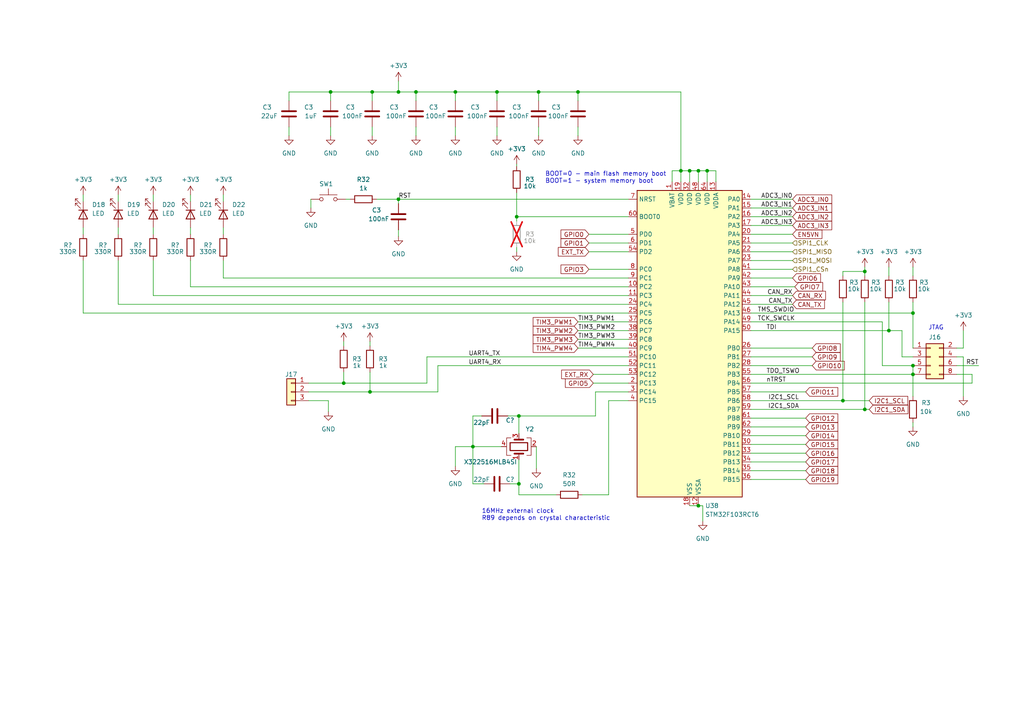
<source format=kicad_sch>
(kicad_sch (version 20230121) (generator eeschema)
  (paper "A4")
  (lib_symbols
    (symbol "Connector_Generic:Conn_01x03" (pin_names (offset 1.016) hide)
      (property "Reference" "J" (at 0 5.08 0))
      (property "Value" "Conn_01x03" (at 0 -5.08 0))
      (symbol "Conn_01x03_1_1"
        (rectangle (start -1.27 -2.413) (end 0 -2.667) (stroke (width 0.1524)))
        (rectangle (start -1.27 0.127) (end 0 -0.127) (stroke (width 0.1524)))
        (rectangle (start -1.27 2.667) (end 0 2.413) (stroke (width 0.1524)))
        (rectangle (start -1.27 3.81) (end 1.27 -3.81) (stroke (width 0.254)) (fill (type background)))
        (pin passive line (at -5.08 2.54 0) (length 3.81) (name "Pin_1") (number "1"))
        (pin passive line (at -5.08 0 0) (length 3.81) (name "Pin_2") (number "2"))
        (pin passive line (at -5.08 -2.54 0) (length 3.81) (name "Pin_3") (number "3"))
      )
    )
    (symbol "Connector_Generic:Conn_02x04_Odd_Even" (pin_names (offset 1.016) hide)
      (property "Reference" "J" (at 1.27 5.08 0))
      (property "Value" "Conn_02x04_Odd_Even" (at 1.27 -7.62 0))
      (symbol "Conn_02x04_Odd_Even_1_1"
        (rectangle (start -1.27 -4.953) (end 0 -5.207) (stroke (width 0.1524)))
        (rectangle (start -1.27 -2.413) (end 0 -2.667) (stroke (width 0.1524)))
        (rectangle (start -1.27 0.127) (end 0 -0.127) (stroke (width 0.1524)))
        (rectangle (start -1.27 2.667) (end 0 2.413) (stroke (width 0.1524)))
        (rectangle (start -1.27 3.81) (end 3.81 -6.35) (stroke (width 0.254)) (fill (type background)))
        (rectangle (start 3.81 -4.953) (end 2.54 -5.207) (stroke (width 0.1524)))
        (rectangle (start 3.81 -2.413) (end 2.54 -2.667) (stroke (width 0.1524)))
        (rectangle (start 3.81 0.127) (end 2.54 -0.127) (stroke (width 0.1524)))
        (rectangle (start 3.81 2.667) (end 2.54 2.413) (stroke (width 0.1524)))
        (pin passive line (at -5.08 2.54 0) (length 3.81) (name "Pin_1") (number "1"))
        (pin passive line (at 7.62 2.54 180) (length 3.81) (name "Pin_2") (number "2"))
        (pin passive line (at -5.08 0 0) (length 3.81) (name "Pin_3") (number "3"))
        (pin passive line (at 7.62 0 180) (length 3.81) (name "Pin_4") (number "4"))
        (pin passive line (at -5.08 -2.54 0) (length 3.81) (name "Pin_5") (number "5"))
        (pin passive line (at 7.62 -2.54 180) (length 3.81) (name "Pin_6") (number "6"))
        (pin passive line (at -5.08 -5.08 0) (length 3.81) (name "Pin_7") (number "7"))
        (pin passive line (at 7.62 -5.08 180) (length 3.81) (name "Pin_8") (number "8"))
      )
    )
    (symbol "Device:C" (pin_numbers hide) (pin_names (offset 0.254))
      (property "Reference" "C" (at 0.635 2.54 0))
      (property "Value" "C" (at 0.635 -2.54 0))
      (symbol "C_0_1"
        (polyline (pts (xy -2.032 -0.762) (xy 2.032 -0.762)) (stroke (width 0.508)))
        (polyline (pts (xy -2.032 0.762) (xy 2.032 0.762)) (stroke (width 0.508)))
      )
      (symbol "C_1_1"
        (pin passive line (at 0 3.81 270) (length 2.794) (name "~") (number "1"))
        (pin passive line (at 0 -3.81 90) (length 2.794) (name "~") (number "2"))
      )
    )
    (symbol "Device:Crystal_GND24" (pin_names (offset 1.016) hide)
      (property "Reference" "Y" (at 3.175 5.08 0))
      (property "Value" "Crystal_GND24" (at 3.175 3.175 0))
      (symbol "Crystal_GND24_0_1"
        (rectangle (start -1.143 2.54) (end 1.143 -2.54) (stroke (width 0.3048)))
        (polyline (pts (xy -2.54 0) (xy -2.032 0)))
        (polyline (pts (xy -2.032 -1.27) (xy -2.032 1.27)) (stroke (width 0.508)))
        (polyline (pts (xy 0 -3.81) (xy 0 -3.556)))
        (polyline (pts (xy 0 3.556) (xy 0 3.81)))
        (polyline (pts (xy 2.032 -1.27) (xy 2.032 1.27)) (stroke (width 0.508)))
        (polyline (pts (xy 2.032 0) (xy 2.54 0)))
        (polyline (pts (xy -2.54 -2.286) (xy -2.54 -3.556) (xy 2.54 -3.556) (xy 2.54 -2.286)))
        (polyline (pts (xy -2.54 2.286) (xy -2.54 3.556) (xy 2.54 3.556) (xy 2.54 2.286)))
      )
      (symbol "Crystal_GND24_1_1"
        (pin passive line (at -3.81 0 0) (length 1.27) (name "1") (number "1"))
        (pin passive line (at 0 5.08 270) (length 1.27) (name "2") (number "2"))
        (pin passive line (at 3.81 0 180) (length 1.27) (name "3") (number "3"))
        (pin passive line (at 0 -5.08 90) (length 1.27) (name "4") (number "4"))
      )
    )
    (symbol "Device:LED" (pin_numbers hide) (pin_names (offset 1.016) hide)
      (property "Reference" "D" (at 0 2.54 0))
      (property "Value" "LED" (at 0 -2.54 0))
      (symbol "LED_0_1"
        (polyline (pts (xy -1.27 -1.27) (xy -1.27 1.27)) (stroke (width 0.254)))
        (polyline (pts (xy -1.27 0) (xy 1.27 0)))
        (polyline (pts (xy 1.27 -1.27) (xy 1.27 1.27) (xy -1.27 0) (xy 1.27 -1.27)) (stroke (width 0.254)))
        (polyline (pts (xy -3.048 -0.762) (xy -4.572 -2.286) (xy -3.81 -2.286) (xy -4.572 -2.286) (xy -4.572 -1.524)))
        (polyline (pts (xy -1.778 -0.762) (xy -3.302 -2.286) (xy -2.54 -2.286) (xy -3.302 -2.286) (xy -3.302 -1.524)))
      )
      (symbol "LED_1_1"
        (pin passive line (at -3.81 0 0) (length 2.54) (name "K") (number "1"))
        (pin passive line (at 3.81 0 180) (length 2.54) (name "A") (number "2"))
      )
    )
    (symbol "Device:R" (pin_numbers hide) (pin_names (offset 0))
      (property "Reference" "R" (at 2.032 0 90))
      (property "Value" "R" (at 0 0 90))
      (symbol "R_0_1"
        (rectangle (start -1.016 -2.54) (end 1.016 2.54) (stroke (width 0.254)))
      )
      (symbol "R_1_1"
        (pin passive line (at 0 3.81 270) (length 1.27) (name "~") (number "1"))
        (pin passive line (at 0 -3.81 90) (length 1.27) (name "~") (number "2"))
      )
    )
    (symbol "MCU_ST_STM32F1:STM32F103RCTx"
      (property "Reference" "U" (at -15.24 46.99 0))
      (property "Value" "STM32F103RCTx" (at 10.16 46.99 0))
      (symbol "STM32F103RCTx_0_1"
        (rectangle (start -15.24 -43.18) (end 15.24 45.72) (stroke (width 0.254)) (fill (type background)))
      )
      (symbol "STM32F103RCTx_1_1"
        (pin power_in line (at -5.08 48.26 270) (length 2.54) (name "VBAT") (number "1"))
        (pin bidirectional line (at -17.78 17.78 0) (length 2.54) (name "PC2") (number "10"))
        (pin bidirectional line (at -17.78 15.24 0) (length 2.54) (name "PC3") (number "11"))
        (pin power_in line (at 2.54 -45.72 90) (length 2.54) (name "VSSA") (number "12"))
        (pin power_in line (at 7.62 48.26 270) (length 2.54) (name "VDDA") (number "13"))
        (pin bidirectional line (at 17.78 43.18 180) (length 2.54) (name "PA0") (number "14"))
        (pin bidirectional line (at 17.78 40.64 180) (length 2.54) (name "PA1") (number "15"))
        (pin bidirectional line (at 17.78 38.1 180) (length 2.54) (name "PA2") (number "16"))
        (pin bidirectional line (at 17.78 35.56 180) (length 2.54) (name "PA3") (number "17"))
        (pin power_in line (at 0 -45.72 90) (length 2.54) (name "VSS") (number "18"))
        (pin power_in line (at -2.54 48.26 270) (length 2.54) (name "VDD") (number "19"))
        (pin bidirectional line (at -17.78 -10.16 0) (length 2.54) (name "PC13") (number "2"))
        (pin bidirectional line (at 17.78 33.02 180) (length 2.54) (name "PA4") (number "20"))
        (pin bidirectional line (at 17.78 30.48 180) (length 2.54) (name "PA5") (number "21"))
        (pin bidirectional line (at 17.78 27.94 180) (length 2.54) (name "PA6") (number "22"))
        (pin bidirectional line (at 17.78 25.4 180) (length 2.54) (name "PA7") (number "23"))
        (pin bidirectional line (at -17.78 12.7 0) (length 2.54) (name "PC4") (number "24"))
        (pin bidirectional line (at -17.78 10.16 0) (length 2.54) (name "PC5") (number "25"))
        (pin bidirectional line (at 17.78 0 180) (length 2.54) (name "PB0") (number "26"))
        (pin bidirectional line (at 17.78 -2.54 180) (length 2.54) (name "PB1") (number "27"))
        (pin bidirectional line (at 17.78 -5.08 180) (length 2.54) (name "PB2") (number "28"))
        (pin bidirectional line (at 17.78 -25.4 180) (length 2.54) (name "PB10") (number "29"))
        (pin bidirectional line (at -17.78 -12.7 0) (length 2.54) (name "PC14") (number "3"))
        (pin bidirectional line (at 17.78 -27.94 180) (length 2.54) (name "PB11") (number "30"))
        (pin passive line (at 0 -45.72 90) (length 2.54) hide (name "VSS") (number "31"))
        (pin power_in line (at 0 48.26 270) (length 2.54) (name "VDD") (number "32"))
        (pin bidirectional line (at 17.78 -30.48 180) (length 2.54) (name "PB12") (number "33"))
        (pin bidirectional line (at 17.78 -33.02 180) (length 2.54) (name "PB13") (number "34"))
        (pin bidirectional line (at 17.78 -35.56 180) (length 2.54) (name "PB14") (number "35"))
        (pin bidirectional line (at 17.78 -38.1 180) (length 2.54) (name "PB15") (number "36"))
        (pin bidirectional line (at -17.78 7.62 0) (length 2.54) (name "PC6") (number "37"))
        (pin bidirectional line (at -17.78 5.08 0) (length 2.54) (name "PC7") (number "38"))
        (pin bidirectional line (at -17.78 2.54 0) (length 2.54) (name "PC8") (number "39"))
        (pin bidirectional line (at -17.78 -15.24 0) (length 2.54) (name "PC15") (number "4"))
        (pin bidirectional line (at -17.78 0 0) (length 2.54) (name "PC9") (number "40"))
        (pin bidirectional line (at 17.78 22.86 180) (length 2.54) (name "PA8") (number "41"))
        (pin bidirectional line (at 17.78 20.32 180) (length 2.54) (name "PA9") (number "42"))
        (pin bidirectional line (at 17.78 17.78 180) (length 2.54) (name "PA10") (number "43"))
        (pin bidirectional line (at 17.78 15.24 180) (length 2.54) (name "PA11") (number "44"))
        (pin bidirectional line (at 17.78 12.7 180) (length 2.54) (name "PA12") (number "45"))
        (pin bidirectional line (at 17.78 10.16 180) (length 2.54) (name "PA13") (number "46"))
        (pin passive line (at 0 -45.72 90) (length 2.54) hide (name "VSS") (number "47"))
        (pin power_in line (at 2.54 48.26 270) (length 2.54) (name "VDD") (number "48"))
        (pin bidirectional line (at 17.78 7.62 180) (length 2.54) (name "PA14") (number "49"))
        (pin bidirectional line (at -17.78 33.02 0) (length 2.54) (name "PD0") (number "5"))
        (pin bidirectional line (at 17.78 5.08 180) (length 2.54) (name "PA15") (number "50"))
        (pin bidirectional line (at -17.78 -2.54 0) (length 2.54) (name "PC10") (number "51"))
        (pin bidirectional line (at -17.78 -5.08 0) (length 2.54) (name "PC11") (number "52"))
        (pin bidirectional line (at -17.78 -7.62 0) (length 2.54) (name "PC12") (number "53"))
        (pin bidirectional line (at -17.78 27.94 0) (length 2.54) (name "PD2") (number "54"))
        (pin bidirectional line (at 17.78 -7.62 180) (length 2.54) (name "PB3") (number "55"))
        (pin bidirectional line (at 17.78 -10.16 180) (length 2.54) (name "PB4") (number "56"))
        (pin bidirectional line (at 17.78 -12.7 180) (length 2.54) (name "PB5") (number "57"))
        (pin bidirectional line (at 17.78 -15.24 180) (length 2.54) (name "PB6") (number "58"))
        (pin bidirectional line (at 17.78 -17.78 180) (length 2.54) (name "PB7") (number "59"))
        (pin bidirectional line (at -17.78 30.48 0) (length 2.54) (name "PD1") (number "6"))
        (pin input line (at -17.78 38.1 0) (length 2.54) (name "BOOT0") (number "60"))
        (pin bidirectional line (at 17.78 -20.32 180) (length 2.54) (name "PB8") (number "61"))
        (pin bidirectional line (at 17.78 -22.86 180) (length 2.54) (name "PB9") (number "62"))
        (pin passive line (at 0 -45.72 90) (length 2.54) hide (name "VSS") (number "63"))
        (pin power_in line (at 5.08 48.26 270) (length 2.54) (name "VDD") (number "64"))
        (pin input line (at -17.78 43.18 0) (length 2.54) (name "NRST") (number "7"))
        (pin bidirectional line (at -17.78 22.86 0) (length 2.54) (name "PC0") (number "8"))
        (pin bidirectional line (at -17.78 20.32 0) (length 2.54) (name "PC1") (number "9"))
      )
    )
    (symbol "Switch:SW_Push" (pin_numbers hide) (pin_names (offset 1.016) hide)
      (property "Reference" "SW" (at 1.27 2.54 0))
      (property "Value" "SW_Push" (at 0 -1.524 0))
      (symbol "SW_Push_0_1"
        (circle (center -2.032 0) (radius 0.508))
        (polyline (pts (xy 0 1.27) (xy 0 3.048)))
        (polyline (pts (xy 2.54 1.27) (xy -2.54 1.27)))
        (circle (center 2.032 0) (radius 0.508))
        (pin passive line (at -5.08 0 0) (length 2.54) (name "1") (number "1"))
        (pin passive line (at 5.08 0 180) (length 2.54) (name "2") (number "2"))
      )
    )
    (symbol "power:+3V3" (power) (pin_names (offset 0))
      (property "Value" "+3V3" (at 0 3.556 0))
      (symbol "+3V3_0_1"
        (polyline (pts (xy -0.762 1.27) (xy 0 2.54)))
        (polyline (pts (xy 0 0) (xy 0 2.54)))
        (polyline (pts (xy 0 2.54) (xy 0.762 1.27)))
      )
      (symbol "+3V3_1_1"
        (pin power_in line (at 0 0 90) (length 0) hide (name "+3V3") (number "1"))
      )
    )
    (symbol "power:GND" (power) (pin_names (offset 0))
      (property "Value" "GND" (at 0 -3.81 0))
      (symbol "GND_0_1"
        (polyline (pts (xy 0 0) (xy 0 -1.27) (xy 1.27 -1.27) (xy 0 -2.54) (xy -1.27 -1.27) (xy 0 -1.27)))
      )
      (symbol "GND_1_1"
        (pin power_in line (at 0 0 270) (length 0) hide (name "GND") (number "1"))
      )
    )
  )
  (junction (at 264.795 108.585))
  (junction (at 156.21 26.67))
  (junction (at 107.95 26.67))
  (junction (at 150.495 140.335))
  (junction (at 264.795 90.805))
  (junction (at 120.65 26.67))
  (junction (at 250.825 78.74))
  (junction (at 107.315 113.665))
  (junction (at 115.57 57.785))
  (junction (at 250.825 118.745))
  (junction (at 167.64 26.67))
  (junction (at 264.795 106.045))
  (junction (at 132.08 26.67))
  (junction (at 99.695 111.125))
  (junction (at 257.81 95.885))
  (junction (at 197.485 49.53))
  (junction (at 137.16 129.54))
  (junction (at 149.86 62.865))
  (junction (at 244.475 116.205))
  (junction (at 202.565 49.53))
  (junction (at 144.145 26.67))
  (junction (at 95.885 26.67))
  (junction (at 200.025 49.53))
  (junction (at 115.57 26.67))
  (junction (at 202.565 146.685))
  (junction (at 205.105 49.53))
  (junction (at 150.495 120.65))
  (wire (pts (xy 132.08 26.67) (xy 132.08 29.21)))
  (wire (pts (xy 168.91 143.51) (xy 176.53 143.51)))
  (wire (pts (xy 150.495 120.65) (xy 147.32 120.65)))
  (wire (pts (xy 120.65 26.67) (xy 120.65 29.21)))
  (wire (pts (xy 264.795 100.965) (xy 264.795 90.805)))
  (wire (pts (xy 167.64 26.67) (xy 197.485 26.67)))
  (wire (pts (xy 24.13 90.805) (xy 182.245 90.805)))
  (wire (pts (xy 202.565 146.685) (xy 203.835 146.685)))
  (wire (pts (xy 172.72 113.665) (xy 182.245 113.665)))
  (wire (pts (xy 90.17 57.785) (xy 90.17 60.325)))
  (wire (pts (xy 217.805 95.885) (xy 257.81 95.885)))
  (wire (pts (xy 34.29 75.565) (xy 34.29 88.265)))
  (wire (pts (xy 24.13 56.515) (xy 24.13 58.42)))
  (wire (pts (xy 264.795 106.045) (xy 264.795 108.585)))
  (wire (pts (xy 149.86 62.865) (xy 149.86 64.135)))
  (wire (pts (xy 235.585 100.965) (xy 217.805 100.965)))
  (wire (pts (xy 182.245 100.965) (xy 167.64 100.965)))
  (wire (pts (xy 55.245 67.945) (xy 55.245 66.04)))
  (wire (pts (xy 233.68 133.985) (xy 217.805 133.985)))
  (wire (pts (xy 217.805 88.265) (xy 229.87 88.265)))
  (wire (pts (xy 24.13 75.565) (xy 24.13 90.805)))
  (wire (pts (xy 156.21 26.67) (xy 156.21 29.21)))
  (wire (pts (xy 55.245 56.515) (xy 55.245 58.42)))
  (wire (pts (xy 233.68 136.525) (xy 217.805 136.525)))
  (wire (pts (xy 244.475 78.74) (xy 244.475 80.01)))
  (wire (pts (xy 217.805 85.725) (xy 229.87 85.725)))
  (wire (pts (xy 217.805 93.345) (xy 255.905 93.345)))
  (wire (pts (xy 182.245 85.725) (xy 44.45 85.725)))
  (wire (pts (xy 115.57 68.58) (xy 115.57 66.675)))
  (wire (pts (xy 83.82 39.37) (xy 83.82 36.83)))
  (wire (pts (xy 235.585 103.505) (xy 217.805 103.505)))
  (wire (pts (xy 107.95 26.67) (xy 115.57 26.67)))
  (wire (pts (xy 123.825 103.505) (xy 123.825 111.125)))
  (wire (pts (xy 233.68 131.445) (xy 217.805 131.445)))
  (wire (pts (xy 64.77 75.565) (xy 64.77 80.645)))
  (wire (pts (xy 229.87 67.945) (xy 217.805 67.945)))
  (wire (pts (xy 95.885 26.67) (xy 107.95 26.67)))
  (wire (pts (xy 182.245 116.205) (xy 176.53 116.205)))
  (wire (pts (xy 167.64 26.67) (xy 167.64 29.21)))
  (wire (pts (xy 217.805 111.125) (xy 281.94 111.125)))
  (wire (pts (xy 120.65 39.37) (xy 120.65 36.83)))
  (wire (pts (xy 217.805 70.485) (xy 229.87 70.485)))
  (wire (pts (xy 255.905 93.345) (xy 255.905 106.045)))
  (wire (pts (xy 145.415 129.54) (xy 137.16 129.54)))
  (wire (pts (xy 150.495 133.35) (xy 150.495 140.335)))
  (wire (pts (xy 257.81 95.885) (xy 257.81 87.63)))
  (wire (pts (xy 217.805 73.025) (xy 229.87 73.025)))
  (wire (pts (xy 182.245 88.265) (xy 34.29 88.265)))
  (wire (pts (xy 137.16 120.65) (xy 139.7 120.65)))
  (wire (pts (xy 182.245 93.345) (xy 167.64 93.345)))
  (wire (pts (xy 156.21 39.37) (xy 156.21 36.83)))
  (wire (pts (xy 203.835 151.13) (xy 203.835 146.685)))
  (wire (pts (xy 115.57 57.785) (xy 115.57 59.055)))
  (wire (pts (xy 217.805 116.205) (xy 244.475 116.205)))
  (wire (pts (xy 150.495 120.65) (xy 172.72 120.65)))
  (wire (pts (xy 194.945 52.705) (xy 194.945 49.53)))
  (wire (pts (xy 264.795 108.585) (xy 264.795 114.935)))
  (wire (pts (xy 137.16 129.54) (xy 132.08 129.54)))
  (wire (pts (xy 217.805 57.785) (xy 229.87 57.785)))
  (wire (pts (xy 107.95 39.37) (xy 107.95 36.83)))
  (wire (pts (xy 217.805 62.865) (xy 229.87 62.865)))
  (wire (pts (xy 233.68 128.905) (xy 217.805 128.905)))
  (wire (pts (xy 202.565 49.53) (xy 202.565 52.705)))
  (wire (pts (xy 24.13 67.945) (xy 24.13 66.04)))
  (wire (pts (xy 44.45 56.515) (xy 44.45 58.42)))
  (wire (pts (xy 144.145 39.37) (xy 144.145 36.83)))
  (wire (pts (xy 170.815 73.025) (xy 182.245 73.025)))
  (wire (pts (xy 217.805 65.405) (xy 229.87 65.405)))
  (wire (pts (xy 250.825 78.74) (xy 250.825 80.01)))
  (wire (pts (xy 99.695 107.95) (xy 99.695 111.125)))
  (wire (pts (xy 233.68 113.665) (xy 217.805 113.665)))
  (wire (pts (xy 137.16 129.54) (xy 137.16 120.65)))
  (wire (pts (xy 172.085 111.125) (xy 182.245 111.125)))
  (wire (pts (xy 197.485 52.705) (xy 197.485 49.53)))
  (wire (pts (xy 235.585 106.045) (xy 217.805 106.045)))
  (wire (pts (xy 255.905 106.045) (xy 264.795 106.045)))
  (wire (pts (xy 217.805 118.745) (xy 250.825 118.745)))
  (wire (pts (xy 277.495 100.965) (xy 279.4 100.965)))
  (wire (pts (xy 149.86 47.625) (xy 149.86 48.26)))
  (wire (pts (xy 264.795 90.805) (xy 264.795 87.63)))
  (wire (pts (xy 230.505 83.185) (xy 217.805 83.185)))
  (wire (pts (xy 144.145 26.67) (xy 156.21 26.67)))
  (wire (pts (xy 101.6 57.785) (xy 100.33 57.785)))
  (wire (pts (xy 277.495 106.045) (xy 283.845 106.045)))
  (wire (pts (xy 172.72 120.65) (xy 172.72 113.665)))
  (wire (pts (xy 170.815 78.105) (xy 182.245 78.105)))
  (wire (pts (xy 170.815 70.485) (xy 182.245 70.485)))
  (wire (pts (xy 233.68 123.825) (xy 217.805 123.825)))
  (wire (pts (xy 132.08 39.37) (xy 132.08 36.83)))
  (wire (pts (xy 120.65 26.67) (xy 115.57 26.67)))
  (wire (pts (xy 244.475 116.205) (xy 252.095 116.205)))
  (wire (pts (xy 137.16 140.335) (xy 137.16 129.54)))
  (wire (pts (xy 34.29 67.945) (xy 34.29 66.04)))
  (wire (pts (xy 200.025 49.53) (xy 200.025 52.705)))
  (wire (pts (xy 140.335 140.335) (xy 137.16 140.335)))
  (wire (pts (xy 205.105 49.53) (xy 205.105 52.705)))
  (wire (pts (xy 233.68 126.365) (xy 217.805 126.365)))
  (wire (pts (xy 44.45 75.565) (xy 44.45 85.725)))
  (wire (pts (xy 150.495 143.51) (xy 161.29 143.51)))
  (wire (pts (xy 34.29 56.515) (xy 34.29 58.42)))
  (wire (pts (xy 197.485 49.53) (xy 197.485 26.67)))
  (wire (pts (xy 277.495 103.505) (xy 279.4 103.505)))
  (wire (pts (xy 172.085 108.585) (xy 182.245 108.585)))
  (wire (pts (xy 127 106.045) (xy 182.245 106.045)))
  (wire (pts (xy 127 113.665) (xy 127 106.045)))
  (wire (pts (xy 123.825 111.125) (xy 99.695 111.125)))
  (wire (pts (xy 257.81 95.885) (xy 261.62 95.885)))
  (wire (pts (xy 182.245 95.885) (xy 167.64 95.885)))
  (wire (pts (xy 182.245 98.425) (xy 167.64 98.425)))
  (wire (pts (xy 176.53 116.205) (xy 176.53 143.51)))
  (wire (pts (xy 281.94 111.125) (xy 281.94 108.585)))
  (wire (pts (xy 109.22 57.785) (xy 115.57 57.785)))
  (wire (pts (xy 250.825 77.47) (xy 250.825 78.74)))
  (wire (pts (xy 264.795 77.47) (xy 264.795 80.01)))
  (wire (pts (xy 279.4 95.885) (xy 279.4 100.965)))
  (wire (pts (xy 229.87 80.645) (xy 217.805 80.645)))
  (wire (pts (xy 132.08 26.67) (xy 144.145 26.67)))
  (wire (pts (xy 194.945 49.53) (xy 197.485 49.53)))
  (wire (pts (xy 233.68 121.285) (xy 217.805 121.285)))
  (wire (pts (xy 167.64 39.37) (xy 167.64 36.83)))
  (wire (pts (xy 244.475 87.63) (xy 244.475 116.205)))
  (wire (pts (xy 182.245 57.785) (xy 115.57 57.785)))
  (wire (pts (xy 281.94 108.585) (xy 277.495 108.585)))
  (wire (pts (xy 89.535 116.205) (xy 95.25 116.205)))
  (wire (pts (xy 89.535 111.125) (xy 99.695 111.125)))
  (wire (pts (xy 95.25 116.205) (xy 95.25 119.38)))
  (wire (pts (xy 205.105 49.53) (xy 202.565 49.53)))
  (wire (pts (xy 200.025 146.685) (xy 202.565 146.685)))
  (wire (pts (xy 217.805 108.585) (xy 264.795 108.585)))
  (wire (pts (xy 217.805 78.105) (xy 229.87 78.105)))
  (wire (pts (xy 64.77 56.515) (xy 64.77 58.42)))
  (wire (pts (xy 250.825 118.745) (xy 252.095 118.745)))
  (wire (pts (xy 250.825 87.63) (xy 250.825 118.745)))
  (wire (pts (xy 217.805 60.325) (xy 229.87 60.325)))
  (wire (pts (xy 217.805 90.805) (xy 264.795 90.805)))
  (wire (pts (xy 217.805 75.565) (xy 229.87 75.565)))
  (wire (pts (xy 115.57 23.495) (xy 115.57 26.67)))
  (wire (pts (xy 202.565 49.53) (xy 200.025 49.53)))
  (wire (pts (xy 107.315 113.665) (xy 107.315 107.95)))
  (wire (pts (xy 155.575 129.54) (xy 155.575 135.89)))
  (wire (pts (xy 182.245 80.645) (xy 64.77 80.645)))
  (wire (pts (xy 149.86 71.755) (xy 149.86 73.025)))
  (wire (pts (xy 83.82 26.67) (xy 95.885 26.67)))
  (wire (pts (xy 107.315 113.665) (xy 127 113.665)))
  (wire (pts (xy 132.08 129.54) (xy 132.08 135.255)))
  (wire (pts (xy 261.62 103.505) (xy 261.62 95.885)))
  (wire (pts (xy 95.885 39.37) (xy 95.885 36.83)))
  (wire (pts (xy 149.86 62.865) (xy 182.245 62.865)))
  (wire (pts (xy 257.81 77.47) (xy 257.81 80.01)))
  (wire (pts (xy 150.495 140.335) (xy 150.495 143.51)))
  (wire (pts (xy 207.645 49.53) (xy 205.105 49.53)))
  (wire (pts (xy 123.825 103.505) (xy 182.245 103.505)))
  (wire (pts (xy 44.45 67.945) (xy 44.45 66.04)))
  (wire (pts (xy 182.245 83.185) (xy 55.245 83.185)))
  (wire (pts (xy 120.65 26.67) (xy 132.08 26.67)))
  (wire (pts (xy 279.4 103.505) (xy 279.4 114.935)))
  (wire (pts (xy 264.795 103.505) (xy 261.62 103.505)))
  (wire (pts (xy 83.82 26.67) (xy 83.82 29.21)))
  (wire (pts (xy 264.795 123.825) (xy 264.795 122.555)))
  (wire (pts (xy 95.885 26.67) (xy 95.885 29.21)))
  (wire (pts (xy 147.955 140.335) (xy 150.495 140.335)))
  (wire (pts (xy 55.245 75.565) (xy 55.245 83.185)))
  (wire (pts (xy 233.68 139.065) (xy 217.805 139.065)))
  (wire (pts (xy 107.315 99.06) (xy 107.315 100.33)))
  (wire (pts (xy 170.815 67.945) (xy 182.245 67.945)))
  (wire (pts (xy 197.485 49.53) (xy 200.025 49.53)))
  (wire (pts (xy 64.77 67.945) (xy 64.77 66.04)))
  (wire (pts (xy 107.95 29.21) (xy 107.95 26.67)))
  (wire (pts (xy 99.695 99.06) (xy 99.695 100.33)))
  (wire (pts (xy 149.86 62.865) (xy 149.86 55.88)))
  (wire (pts (xy 207.645 52.705) (xy 207.645 49.53)))
  (wire (pts (xy 89.535 113.665) (xy 107.315 113.665)))
  (wire (pts (xy 150.495 125.73) (xy 150.495 120.65)))
  (wire (pts (xy 244.475 78.74) (xy 250.825 78.74)))
  (wire (pts (xy 156.21 26.67) (xy 167.64 26.67)))
  (wire (pts (xy 144.145 26.67) (xy 144.145 29.21)))
  (text "BOOT=0 - main flash memory boot\nBOOT=1 - system memory boot" (at 158.115 53.34 0) (effects (font (size 1.27 1.27)) (justify left bottom)))
  (text "16MHz external clock\nR89 depends on crystal characteristic\n" (at 139.7 151.13 0) (effects (font (size 1.27 1.27)) (justify left bottom)))
  (text "JTAG" (at 269.24 95.885 0) (effects (font (size 1.27 1.27)) (justify left bottom)))
  (label "TIM3_PWM2" (at 167.64 95.885 0))
  (label "ADC3_IN1" (at 229.87 60.325 180))
  (label "TDO_TSWO" (at 222.25 108.585 0))
  (label "RST" (at 115.57 57.785 0))
  (label "I2C1_SDA" (at 231.775 118.745 180))
  (label "UART4_TX" (at 135.89 103.505 0))
  (label "TIM4_PWM4" (at 167.64 100.965 0))
  (label "nTRST" (at 222.25 111.125 0))
  (label "ADC3_IN3" (at 229.87 65.405 180))
  (label "TCK_SWCLK" (at 219.71 93.345 0))
  (label "CAN_TX" (at 229.87 88.265 180))
  (label "TDI" (at 222.25 95.885 0))
  (label "TIM3_PWM3" (at 167.64 98.425 0))
  (label "TIM3_PWM1" (at 167.64 93.345 0))
  (label "UART4_RX" (at 135.89 106.045 0))
  (label "ADC3_IN0" (at 229.87 57.785 180))
  (label "TMS_SWDIO" (at 219.71 90.805 0))
  (label "I2C1_SCL" (at 231.775 116.205 180))
  (label "RST" (at 283.845 106.045 180))
  (label "ADC3_IN2" (at 229.87 62.865 180))
  (label "CAN_RX" (at 229.87 85.725 180))
  (global_label "TIM3_PWM2" (shape input) (at 167.64 95.885 180) (property "Intersheetrefs" "${INTERSHEET_REFS}" (effects hide)))
  (global_label "TIM4_PWM4" (shape input) (at 167.64 100.965 180) (property "Intersheetrefs" "${INTERSHEET_REFS}" (effects hide)))
  (global_label "GPIO6" (shape input) (at 229.87 80.645 0) (property "Intersheetrefs" "${INTERSHEET_REFS}" (effects hide)))
  (global_label "ADC3_IN3" (shape input) (at 229.87 65.405 0) (property "Intersheetrefs" "${INTERSHEET_REFS}" (effects hide)))
  (global_label "I2C1_SDA" (shape input) (at 252.095 118.745 0) (property "Intersheetrefs" "${INTERSHEET_REFS}" (effects hide)))
  (global_label "GPIO16" (shape input) (at 233.68 131.445 0) (property "Intersheetrefs" "${INTERSHEET_REFS}" (effects hide)))
  (global_label "TIM3_PWM1" (shape input) (at 167.64 93.345 180) (property "Intersheetrefs" "${INTERSHEET_REFS}" (effects hide)))
  (global_label "GPIO1" (shape input) (at 170.815 70.485 180) (property "Intersheetrefs" "${INTERSHEET_REFS}" (effects hide)))
  (global_label "GPIO7" (shape input) (at 230.505 83.185 0) (property "Intersheetrefs" "${INTERSHEET_REFS}" (effects hide)))
  (global_label "GPIO19" (shape input) (at 233.68 139.065 0) (property "Intersheetrefs" "${INTERSHEET_REFS}" (effects hide)))
  (global_label "GPIO13" (shape input) (at 233.68 123.825 0) (property "Intersheetrefs" "${INTERSHEET_REFS}" (effects hide)))
  (global_label "GPIO9" (shape input) (at 235.585 103.505 0) (property "Intersheetrefs" "${INTERSHEET_REFS}" (effects hide)))
  (global_label "GPIO8" (shape input) (at 235.585 100.965 0) (property "Intersheetrefs" "${INTERSHEET_REFS}" (effects hide)))
  (global_label "ADC3_IN0" (shape input) (at 229.87 57.785 0) (property "Intersheetrefs" "${INTERSHEET_REFS}" (effects hide)))
  (global_label "EN5VN" (shape input) (at 229.87 67.945 0) (property "Intersheetrefs" "${INTERSHEET_REFS}" (effects hide)))
  (global_label "GPIO12" (shape input) (at 233.68 121.285 0) (property "Intersheetrefs" "${INTERSHEET_REFS}" (effects hide)))
  (global_label "GPIO0" (shape input) (at 170.815 67.945 180) (property "Intersheetrefs" "${INTERSHEET_REFS}" (effects hide)))
  (global_label "ADC3_IN2" (shape input) (at 229.87 62.865 0) (property "Intersheetrefs" "${INTERSHEET_REFS}" (effects hide)))
  (global_label "GPIO14" (shape input) (at 233.68 126.365 0) (property "Intersheetrefs" "${INTERSHEET_REFS}" (effects hide)))
  (global_label "EXT_RX" (shape input) (at 172.085 108.585 180) (property "Intersheetrefs" "${INTERSHEET_REFS}" (effects hide)))
  (global_label "CAN_RX" (shape input) (at 229.87 85.725 0) (property "Intersheetrefs" "${INTERSHEET_REFS}" (effects hide)))
  (global_label "TIM3_PWM3" (shape input) (at 167.64 98.425 180) (property "Intersheetrefs" "${INTERSHEET_REFS}" (effects hide)))
  (global_label "GPIO3" (shape input) (at 170.815 78.105 180) (property "Intersheetrefs" "${INTERSHEET_REFS}" (effects hide)))
  (global_label "GPIO18" (shape input) (at 233.68 136.525 0) (property "Intersheetrefs" "${INTERSHEET_REFS}" (effects hide)))
  (global_label "I2C1_SCL" (shape input) (at 252.095 116.205 0) (property "Intersheetrefs" "${INTERSHEET_REFS}" (effects hide)))
  (global_label "GPIO5" (shape input) (at 172.085 111.125 180) (property "Intersheetrefs" "${INTERSHEET_REFS}" (effects hide)))
  (global_label "GPIO17" (shape input) (at 233.68 133.985 0) (property "Intersheetrefs" "${INTERSHEET_REFS}" (effects hide)))
  (global_label "GPIO10" (shape input) (at 235.585 106.045 0) (property "Intersheetrefs" "${INTERSHEET_REFS}" (effects hide)))
  (global_label "GPIO11" (shape input) (at 233.68 113.665 0) (property "Intersheetrefs" "${INTERSHEET_REFS}" (effects hide)))
  (global_label "ADC3_IN1" (shape input) (at 229.87 60.325 0) (property "Intersheetrefs" "${INTERSHEET_REFS}" (effects hide)))
  (global_label "EXT_TX" (shape input) (at 170.815 73.025 180) (property "Intersheetrefs" "${INTERSHEET_REFS}" (effects hide)))
  (global_label "GPIO15" (shape input) (at 233.68 128.905 0) (property "Intersheetrefs" "${INTERSHEET_REFS}" (effects hide)))
  (global_label "CAN_TX" (shape input) (at 229.87 88.265 0) (property "Intersheetrefs" "${INTERSHEET_REFS}" (effects hide)))
  (hierarchical_label "SPI1_CSn" (shape input) (at 229.87 78.105 0))
  (hierarchical_label "SPI1_MOSI" (shape input) (at 229.87 75.565 0))
  (hierarchical_label "SPI1_MISO" (shape input) (at 229.87 73.025 0))
  (hierarchical_label "SPI1_CLK" (shape input) (at 229.87 70.485 0))
  (symbol (lib_id "power:GND") (at 144.145 39.37 0) (unit 1)
    (property "Reference" "#PWR012" (effects hide))
    (property "Value" "~" (at 144.145 44.45 0))
    (instances (project "eeg_ecg" (path "" (reference "#PWR012") (unit 1)) (path "" (reference "#PWR011") (unit 1)) (path "" (reference "#PWR099") (unit 1)) (path "" (reference "#PWR0170") (unit 1)) (path "" (reference "#PWR0137") (unit 1))))
  )
  (symbol (lib_id "power:+3V3") (at 257.81 77.47 0) (unit 1)
    (property "Reference" "#PWR0174" (effects hide))
    (property "Value" "+3V3" (at 257.81 73.025 0))
    (instances (project "eeg_ecg" (path "" (reference "#PWR0174") (unit 1)) (path "" (reference "#PWR0151") (unit 1))))
  )
  (symbol (lib_id "Device:C") (at 144.145 140.335 270) (mirror x) (unit 1)
    (property "Reference" "C?" (at 147.955 139.065 90))
    (property "Value" "22pF" (at 139.7 139.065 90))
    (property "Footprint" "Capacitor_SMD:C_0603_1608Metric" (effects hide))
    (property "JLCPCB PN" "C1653" (effects hide))
    (property "LCSC Part #" "C1653" (effects hide))
    (property "Assembled" "+" (effects hide))
    (property "JLCPCB Type" "Basic" (effects hide))
    (property "Grobotronics Price" "-" (effects hide))
    (property "JLCPCB Price" "0.0051" (effects hide))
    (instances (project "terry_motherboard" (path "" (reference "C?") (unit 1)) (path "" (reference "C22") (unit 1))) (project "eeg_ecg" (path "" (reference "C88") (unit 1))))
  )
  (symbol (lib_id "power:GND") (at 132.08 39.37 0) (unit 1)
    (property "Reference" "#PWR012" (effects hide))
    (property "Value" "~" (at 132.08 44.45 0))
    (instances (project "eeg_ecg" (path "" (reference "#PWR012") (unit 1)) (path "" (reference "#PWR011") (unit 1)) (path "" (reference "#PWR099") (unit 1)) (path "" (reference "#PWR0170") (unit 1)) (path "" (reference "#PWR0136") (unit 1))))
  )
  (symbol (lib_id "Device:Crystal_GND24") (at 150.495 129.54 270) (mirror x) (unit 1)
    (property "Reference" "Y2" (at 153.67 124.46 90))
    (property "Value" "X322516MLB4SI" (at 142.24 133.985 90))
    (property "Footprint" "Crystal:Crystal_SMD_3225-4Pin_3.2x2.5mm" (effects hide))
    (property "JLCPCB PN" "C13738" (effects hide))
    (property "Assembled" "+" (effects hide))
    (property "JLCPCB Type" "Basic" (effects hide))
    (property "LCSC Part #" "C13738" (effects hide))
    (property "Grobotronics Price" "-" (effects hide))
    (property "JLCPCB Price" "0.0590 " (effects hide))
    (instances (project "terry_motherboard" (path "" (reference "Y2") (unit 1))) (project "eeg_ecg" (path "" (reference "Y1") (unit 1))))
  )
  (symbol (lib_id "power:+3V3") (at 44.45 56.515 0) (unit 1)
    (property "Reference" "#PWR0174" (effects hide))
    (property "Value" "+3V3" (at 44.45 52.07 0))
    (instances (project "eeg_ecg" (path "" (reference "#PWR0174") (unit 1)) (path "" (reference "#PWR0144") (unit 1))))
  )
  (symbol (lib_id "power:GND") (at 95.885 39.37 0) (unit 1)
    (property "Reference" "#PWR012" (effects hide))
    (property "Value" "~" (at 95.885 44.45 0))
    (instances (project "eeg_ecg" (path "" (reference "#PWR012") (unit 1)) (path "" (reference "#PWR011") (unit 1)) (path "" (reference "#PWR099") (unit 1)) (path "" (reference "#PWR0170") (unit 1)) (path "" (reference "#PWR0133") (unit 1))))
  )
  (symbol (lib_id "Device:C") (at 156.21 33.02 180) (unit 1)
    (property "Reference" "C3" (at 149.86 31.115 0))
    (property "Value" "100nF" (at 150.495 33.655 0))
    (property "Footprint" "Capacitor_SMD:C_0603_1608Metric_Pad1.08x0.95mm_HandSolder" (effects hide))
    (instances (project "eeg_ecg" (path "" (reference "C3") (unit 1)) (path "" (reference "C2") (unit 1)) (path "" (reference "C74") (unit 1)) (path "" (reference "C101") (unit 1)) (path "" (reference "C83") (unit 1))))
  )
  (symbol (lib_id "power:GND") (at 264.795 123.825 0) (unit 1)
    (property "Reference" "#PWR012" (effects hide))
    (property "Value" "~" (at 264.795 128.905 0))
    (instances (project "eeg_ecg" (path "" (reference "#PWR012") (unit 1)) (path "" (reference "#PWR011") (unit 1)) (path "" (reference "#PWR099") (unit 1)) (path "" (reference "#PWR0170") (unit 1)) (path "" (reference "#PWR0158") (unit 1))))
  )
  (symbol (lib_id "Device:C") (at 143.51 120.65 270) (mirror x) (unit 1)
    (property "Reference" "C?" (at 147.955 121.92 90))
    (property "Value" "22pF" (at 139.7 122.555 90))
    (property "Footprint" "Capacitor_SMD:C_0603_1608Metric" (effects hide))
    (property "JLCPCB PN" "C1653" (effects hide))
    (property "LCSC Part #" "C1653" (effects hide))
    (property "Assembled" "+" (effects hide))
    (property "JLCPCB Type" "Basic" (effects hide))
    (property "Grobotronics Price" "-" (effects hide))
    (property "JLCPCB Price" "0.0051" (effects hide))
    (instances (project "terry_motherboard" (path "" (reference "C?") (unit 1)) (path "" (reference "C23") (unit 1))) (project "eeg_ecg" (path "" (reference "C87") (unit 1))))
  )
  (symbol (lib_id "Device:C") (at 132.08 33.02 180) (unit 1)
    (property "Reference" "C3" (at 125.73 31.115 0))
    (property "Value" "100nF" (at 126.365 33.655 0))
    (property "Footprint" "Capacitor_SMD:C_0603_1608Metric_Pad1.08x0.95mm_HandSolder" (effects hide))
    (instances (project "eeg_ecg" (path "" (reference "C3") (unit 1)) (path "" (reference "C2") (unit 1)) (path "" (reference "C74") (unit 1)) (path "" (reference "C101") (unit 1)) (path "" (reference "C81") (unit 1))))
  )
  (symbol (lib_id "Device:C") (at 83.82 33.02 180) (unit 1)
    (property "Reference" "C3" (at 77.47 31.115 0))
    (property "Value" "22uF" (at 78.105 33.655 0))
    (property "Footprint" "Capacitor_SMD:C_0805_2012Metric_Pad1.18x1.45mm_HandSolder" (effects hide))
    (instances (project "eeg_ecg" (path "" (reference "C3") (unit 1)) (path "" (reference "C2") (unit 1)) (path "" (reference "C74") (unit 1)) (path "" (reference "C101") (unit 1)) (path "" (reference "C77") (unit 1))))
  )
  (symbol (lib_id "Device:R") (at 99.695 104.14 0) (unit 1)
    (property "Reference" "R3" (at 103.505 104.14 0))
    (property "Value" "1k" (at 103.505 106.045 0))
    (property "Footprint" "Resistor_SMD:R_0603_1608Metric_Pad0.98x0.95mm_HandSolder" (effects hide))
    (instances (project "eeg_ecg" (path "" (reference "R3") (unit 1)) (path "" (reference "R1") (unit 1)) (path "" (reference "R97") (unit 1))))
  )
  (symbol (lib_id "Device:C") (at 95.885 33.02 180) (unit 1)
    (property "Reference" "C3" (at 89.535 31.115 0))
    (property "Value" "1uF" (at 90.17 33.655 0))
    (property "Footprint" "Capacitor_SMD:C_0603_1608Metric_Pad1.08x0.95mm_HandSolder" (effects hide))
    (instances (project "eeg_ecg" (path "" (reference "C3") (unit 1)) (path "" (reference "C2") (unit 1)) (path "" (reference "C74") (unit 1)) (path "" (reference "C101") (unit 1)) (path "" (reference "C78") (unit 1))))
  )
  (symbol (lib_id "power:GND") (at 279.4 114.935 0) (unit 1)
    (property "Reference" "#PWR012" (effects hide))
    (property "Value" "~" (at 279.4 120.015 0))
    (instances (project "eeg_ecg" (path "" (reference "#PWR012") (unit 1)) (path "" (reference "#PWR011") (unit 1)) (path "" (reference "#PWR099") (unit 1)) (path "" (reference "#PWR0170") (unit 1)) (path "" (reference "#PWR0156") (unit 1))))
  )
  (symbol (lib_id "Device:LED") (at 24.13 62.23 270) (unit 1)
    (property "Reference" "D18" (at 26.67 59.3725 90) (effects (justify left)))
    (property "Value" "LED" (at 26.67 61.9125 90) (effects (justify left)))
    (property "Footprint" "Diode_SMD:D_0805_2012Metric_Pad1.15x1.40mm_HandSolder" (effects hide))
  )
  (symbol (lib_id "power:+3V3") (at 34.29 56.515 0) (unit 1)
    (property "Reference" "#PWR0174" (effects hide))
    (property "Value" "+3V3" (at 34.29 52.07 0))
    (instances (project "eeg_ecg" (path "" (reference "#PWR0174") (unit 1)) (path "" (reference "#PWR0143") (unit 1))))
  )
  (symbol (lib_id "Device:R") (at 64.77 71.755 180) (unit 1)
    (property "Reference" "R?" (at 60.325 71.12 0))
    (property "Value" "330R" (at 60.325 73.025 0))
    (property "Footprint" "Resistor_SMD:R_0805_2012Metric" (effects hide))
    (property "JLCPCB PN" "C17630" (effects hide))
    (property "LCSC Part #" "C17630" (effects hide))
    (property "Assembled" "+" (effects hide))
    (property "JLCPCB Type" "Basic" (effects hide))
    (property "Grobotronics Price" "-" (effects hide))
    (property "JLCPCB Price" "0.0016" (effects hide))
    (instances (project "terry_motherboard" (path "" (reference "R?") (unit 1)) (path "" (reference "R3") (unit 1)) (path "" (reference "R52") (unit 1))) (project "eeg_ecg" (path "" (reference "R112") (unit 1)) (path "" (reference "R92") (unit 1))))
  )
  (symbol (lib_id "power:GND") (at 107.95 39.37 0) (unit 1)
    (property "Reference" "#PWR012" (effects hide))
    (property "Value" "~" (at 107.95 44.45 0))
    (instances (project "eeg_ecg" (path "" (reference "#PWR012") (unit 1)) (path "" (reference "#PWR011") (unit 1)) (path "" (reference "#PWR099") (unit 1)) (path "" (reference "#PWR0170") (unit 1)) (path "" (reference "#PWR0134") (unit 1))))
  )
  (symbol (lib_id "Device:R") (at 165.1 143.51 270) (mirror x) (unit 1) (in_bom no)
    (property "Reference" "R32" (at 165.1 137.795 90))
    (property "Value" "50R" (at 165.1 140.335 90))
    (property "Footprint" "Resistor_SMD:R_0603_1608Metric" (effects hide))
    (property "JLCPCB PN" "-" (effects hide))
    (property "LCSC Part #" "-" (effects hide))
    (property "Assembled" "-" (effects hide))
    (property "JLCPCB Type" "-" (effects hide))
    (property "Grobotronics Price" "-" (effects hide))
    (property "JLCPCB Price" "-" (effects hide))
    (instances (project "terry_motherboard" (path "" (reference "R32") (unit 1))) (project "eeg_ecg" (path "" (reference "R100") (unit 1))))
  )
  (symbol (lib_id "power:+3V3") (at 64.77 56.515 0) (unit 1)
    (property "Reference" "#PWR0174" (effects hide))
    (property "Value" "+3V3" (at 64.77 52.07 0))
    (instances (project "eeg_ecg" (path "" (reference "#PWR0174") (unit 1)) (path "" (reference "#PWR0146") (unit 1))))
  )
  (symbol (lib_id "Device:R") (at 149.86 52.07 0) (unit 1)
    (property "Reference" "R3" (at 153.67 52.07 0))
    (property "Value" "10k" (at 153.67 53.975 0))
    (property "Footprint" "Resistor_SMD:R_0603_1608Metric_Pad0.98x0.95mm_HandSolder" (effects hide))
    (instances (project "eeg_ecg" (path "" (reference "R3") (unit 1)) (path "" (reference "R1") (unit 1)) (path "" (reference "R85") (unit 1))))
  )
  (symbol (lib_id "Device:R") (at 105.41 57.785 270) (mirror x) (unit 1) (in_bom no)
    (property "Reference" "R32" (at 105.41 52.07 90))
    (property "Value" "1k" (at 105.41 54.61 90))
    (property "Footprint" "Resistor_SMD:R_0603_1608Metric" (effects hide))
    (property "JLCPCB PN" "-" (effects hide))
    (property "LCSC Part #" "-" (effects hide))
    (property "Assembled" "-" (effects hide))
    (property "JLCPCB Type" "-" (effects hide))
    (property "Grobotronics Price" "-" (effects hide))
    (property "JLCPCB Price" "-" (effects hide))
    (instances (project "terry_motherboard" (path "" (reference "R32") (unit 1))) (project "eeg_ecg" (path "" (reference "R86") (unit 1))))
  )
  (symbol (lib_id "Device:C") (at 115.57 62.865 180) (unit 1)
    (property "Reference" "C3" (at 109.22 60.96 0))
    (property "Value" "100nF" (at 109.855 63.5 0))
    (property "Footprint" "Capacitor_SMD:C_0603_1608Metric_Pad1.08x0.95mm_HandSolder" (effects hide))
    (instances (project "eeg_ecg" (path "" (reference "C3") (unit 1)) (path "" (reference "C2") (unit 1)) (path "" (reference "C74") (unit 1)) (path "" (reference "C101") (unit 1)) (path "" (reference "C86") (unit 1))))
  )
  (symbol (lib_id "power:+3V3") (at 99.695 99.06 0) (unit 1)
    (property "Reference" "#PWR0174" (effects hide))
    (property "Value" "+3V3" (at 99.695 94.615 0))
    (instances (project "eeg_ecg" (path "" (reference "#PWR0174") (unit 1)) (path "" (reference "#PWR0154") (unit 1))))
  )
  (symbol (lib_id "power:GND") (at 156.21 39.37 0) (unit 1)
    (property "Reference" "#PWR012" (effects hide))
    (property "Value" "~" (at 156.21 44.45 0))
    (instances (project "eeg_ecg" (path "" (reference "#PWR012") (unit 1)) (path "" (reference "#PWR011") (unit 1)) (path "" (reference "#PWR099") (unit 1)) (path "" (reference "#PWR0170") (unit 1)) (path "" (reference "#PWR0138") (unit 1))))
  )
  (symbol (lib_id "power:+3V3") (at 279.4 95.885 0) (unit 1)
    (property "Reference" "#PWR0174" (effects hide))
    (property "Value" "+3V3" (at 279.4 91.44 0))
    (instances (project "eeg_ecg" (path "" (reference "#PWR0174") (unit 1)) (path "" (reference "#PWR0153") (unit 1))))
  )
  (symbol (lib_id "MCU_ST_STM32F1:STM32F103RCTx") (at 200.025 100.965 0) (unit 1)
    (property "Reference" "U38" (at 204.5209 146.685 0) (effects (justify left)))
    (property "Value" "STM32F103RCT6" (at 204.5209 149.225 0) (effects (justify left)))
    (property "Footprint" "Package_QFP:LQFP-64_10x10mm_P0.5mm" (effects hide))
    (property "Datasheet" "https://www.st.com/resource/en/datasheet/stm32f103rc.pdf" (effects hide))
    (instances (project "eeg_ecg" (path "" (reference "U38") (unit 1)) (path "" (reference "U35") (unit 1))))
  )
  (symbol (lib_id "power:+3V3") (at 264.795 77.47 0) (unit 1)
    (property "Reference" "#PWR0174" (effects hide))
    (property "Value" "+3V3" (at 264.795 73.025 0))
    (instances (project "eeg_ecg" (path "" (reference "#PWR0174") (unit 1)) (path "" (reference "#PWR0152") (unit 1))))
  )
  (symbol (lib_id "power:GND") (at 203.835 151.13 0) (unit 1)
    (property "Reference" "#PWR012" (effects hide))
    (property "Value" "~" (at 203.835 156.21 0))
    (instances (project "eeg_ecg" (path "" (reference "#PWR012") (unit 1)) (path "" (reference "#PWR011") (unit 1)) (path "" (reference "#PWR099") (unit 1)) (path "" (reference "#PWR0170") (unit 1)) (path "" (reference "#PWR0161") (unit 1))))
  )
  (symbol (lib_id "power:GND") (at 83.82 39.37 0) (unit 1)
    (property "Reference" "#PWR012" (effects hide))
    (property "Value" "~" (at 83.82 44.45 0))
    (instances (project "eeg_ecg" (path "" (reference "#PWR012") (unit 1)) (path "" (reference "#PWR011") (unit 1)) (path "" (reference "#PWR099") (unit 1)) (path "" (reference "#PWR0170") (unit 1)) (path "" (reference "#PWR0132") (unit 1))))
  )
  (symbol (lib_id "power:GND") (at 167.64 39.37 0) (unit 1)
    (property "Reference" "#PWR012" (effects hide))
    (property "Value" "~" (at 167.64 44.45 0))
    (instances (project "eeg_ecg" (path "" (reference "#PWR012") (unit 1)) (path "" (reference "#PWR011") (unit 1)) (path "" (reference "#PWR099") (unit 1)) (path "" (reference "#PWR0170") (unit 1)) (path "" (reference "#PWR024") (unit 1))))
  )
  (symbol (lib_id "power:GND") (at 120.65 39.37 0) (unit 1)
    (property "Reference" "#PWR012" (effects hide))
    (property "Value" "~" (at 120.65 44.45 0))
    (instances (project "eeg_ecg" (path "" (reference "#PWR012") (unit 1)) (path "" (reference "#PWR011") (unit 1)) (path "" (reference "#PWR099") (unit 1)) (path "" (reference "#PWR0170") (unit 1)) (path "" (reference "#PWR0135") (unit 1))))
  )
  (symbol (lib_id "power:GND") (at 155.575 135.89 0) (mirror y) (unit 1)
    (property "Reference" "#PWR?" (effects hide))
    (property "Value" "~" (at 155.575 140.97 0))
    (instances (project "terry_motherboard" (path "" (reference "#PWR?") (unit 1)) (path "" (reference "#PWR093") (unit 1))) (project "eeg_ecg" (path "" (reference "#PWR0160") (unit 1))))
  )
  (symbol (lib_id "power:+3V3") (at 250.825 77.47 0) (unit 1)
    (property "Reference" "#PWR0174" (effects hide))
    (property "Value" "+3V3" (at 250.825 73.025 0))
    (instances (project "eeg_ecg" (path "" (reference "#PWR0174") (unit 1)) (path "" (reference "#PWR0150") (unit 1))))
  )
  (symbol (lib_id "Switch:SW_Push") (at 95.25 57.785 0) (mirror y) (unit 1) (in_bom no)
    (property "Reference" "SW1" (at 94.615 53.34 0))
    (property "Value" "SW_Push" (effects hide))
    (property "Footprint" "Button_Switch_THT:SW_PUSH_6mm_H7.3mm" (effects hide))
    (property "Assembled" "-" (effects hide))
    (property "JLCPCB PN" "-" (effects hide))
    (property "JLCPCB Type" "-" (effects hide))
    (property "Grobotronics Price" "-" (effects hide))
    (property "JLCPCB Price" "-" (effects hide))
  )
  (symbol (lib_id "Device:LED") (at 34.29 62.23 270) (unit 1)
    (property "Reference" "D19" (at 36.83 59.3725 90) (effects (justify left)))
    (property "Value" "LED" (at 36.83 61.9125 90) (effects (justify left)))
    (property "Footprint" "Diode_SMD:D_0805_2012Metric_Pad1.15x1.40mm_HandSolder" (effects hide))
  )
  (symbol (lib_id "power:GND") (at 95.25 119.38 0) (unit 1)
    (property "Reference" "#PWR012" (effects hide))
    (property "Value" "~" (at 95.25 124.46 0))
    (instances (project "eeg_ecg" (path "" (reference "#PWR012") (unit 1)) (path "" (reference "#PWR011") (unit 1)) (path "" (reference "#PWR099") (unit 1)) (path "" (reference "#PWR0170") (unit 1)) (path "" (reference "#PWR0157") (unit 1))))
  )
  (symbol (lib_id "Connector_Generic:Conn_02x04_Odd_Even") (at 269.875 103.505 0) (unit 1)
    (property "Reference" "J16" (at 271.145 97.79 0))
    (property "Value" "Conn_02x04_Odd_Even" (effects hide))
    (property "Footprint" "Connector_PinHeader_2.54mm:PinHeader_2x04_P2.54mm_Vertical" (effects hide))
  )
  (symbol (lib_id "Device:R") (at 44.45 71.755 180) (unit 1)
    (property "Reference" "R?" (at 40.005 71.12 0))
    (property "Value" "330R" (at 40.005 73.025 0))
    (property "Footprint" "Resistor_SMD:R_0805_2012Metric" (effects hide))
    (property "JLCPCB PN" "C17630" (effects hide))
    (property "LCSC Part #" "C17630" (effects hide))
    (property "Assembled" "+" (effects hide))
    (property "JLCPCB Type" "Basic" (effects hide))
    (property "Grobotronics Price" "-" (effects hide))
    (property "JLCPCB Price" "0.0016" (effects hide))
    (instances (project "terry_motherboard" (path "" (reference "R?") (unit 1)) (path "" (reference "R3") (unit 1)) (path "" (reference "R52") (unit 1))) (project "eeg_ecg" (path "" (reference "R112") (unit 1)) (path "" (reference "R90") (unit 1))))
  )
  (symbol (lib_id "power:+3V3") (at 115.57 23.495 0) (unit 1)
    (property "Reference" "#PWR0174" (effects hide))
    (property "Value" "+3V3" (at 115.57 19.05 0))
    (instances (project "eeg_ecg" (path "" (reference "#PWR0174") (unit 1)) (path "" (reference "#PWR0131") (unit 1))))
  )
  (symbol (lib_id "Device:C") (at 144.145 33.02 180) (unit 1)
    (property "Reference" "C3" (at 137.795 31.115 0))
    (property "Value" "100nF" (at 138.43 33.655 0))
    (property "Footprint" "Capacitor_SMD:C_0603_1608Metric_Pad1.08x0.95mm_HandSolder" (effects hide))
    (instances (project "eeg_ecg" (path "" (reference "C3") (unit 1)) (path "" (reference "C2") (unit 1)) (path "" (reference "C74") (unit 1)) (path "" (reference "C101") (unit 1)) (path "" (reference "C82") (unit 1))))
  )
  (symbol (lib_id "Device:C") (at 120.65 33.02 180) (unit 1)
    (property "Reference" "C3" (at 114.3 31.115 0))
    (property "Value" "100nF" (at 114.935 33.655 0))
    (property "Footprint" "Capacitor_SMD:C_0603_1608Metric_Pad1.08x0.95mm_HandSolder" (effects hide))
    (instances (project "eeg_ecg" (path "" (reference "C3") (unit 1)) (path "" (reference "C2") (unit 1)) (path "" (reference "C74") (unit 1)) (path "" (reference "C101") (unit 1)) (path "" (reference "C80") (unit 1))))
  )
  (symbol (lib_id "power:+3V3") (at 55.245 56.515 0) (unit 1)
    (property "Reference" "#PWR0174" (effects hide))
    (property "Value" "+3V3" (at 55.245 52.07 0))
    (instances (project "eeg_ecg" (path "" (reference "#PWR0174") (unit 1)) (path "" (reference "#PWR0145") (unit 1))))
  )
  (symbol (lib_id "Device:R") (at 244.475 83.82 0) (unit 1)
    (property "Reference" "R3" (at 247.65 81.915 0))
    (property "Value" "10k" (at 247.65 83.82 0))
    (property "Footprint" "Resistor_SMD:R_0603_1608Metric_Pad0.98x0.95mm_HandSolder" (effects hide))
    (instances (project "eeg_ecg" (path "" (reference "R3") (unit 1)) (path "" (reference "R1") (unit 1)) (path "" (reference "R93") (unit 1))))
  )
  (symbol (lib_id "power:GND") (at 115.57 68.58 0) (unit 1)
    (property "Reference" "#PWR012" (effects hide))
    (property "Value" "~" (at 115.57 73.66 0))
    (instances (project "eeg_ecg" (path "" (reference "#PWR012") (unit 1)) (path "" (reference "#PWR011") (unit 1)) (path "" (reference "#PWR099") (unit 1)) (path "" (reference "#PWR0170") (unit 1)) (path "" (reference "#PWR0148") (unit 1))))
  )
  (symbol (lib_id "Device:R") (at 34.29 71.755 180) (unit 1)
    (property "Reference" "R?" (at 29.845 71.12 0))
    (property "Value" "330R" (at 29.845 73.025 0))
    (property "Footprint" "Resistor_SMD:R_0805_2012Metric" (effects hide))
    (property "JLCPCB PN" "C17630" (effects hide))
    (property "LCSC Part #" "C17630" (effects hide))
    (property "Assembled" "+" (effects hide))
    (property "JLCPCB Type" "Basic" (effects hide))
    (property "Grobotronics Price" "-" (effects hide))
    (property "JLCPCB Price" "0.0016" (effects hide))
    (instances (project "terry_motherboard" (path "" (reference "R?") (unit 1)) (path "" (reference "R3") (unit 1)) (path "" (reference "R52") (unit 1))) (project "eeg_ecg" (path "" (reference "R112") (unit 1)) (path "" (reference "R89") (unit 1))))
  )
  (symbol (lib_id "Device:LED") (at 64.77 62.23 270) (unit 1)
    (property "Reference" "D22" (at 67.31 59.3725 90) (effects (justify left)))
    (property "Value" "LED" (at 67.31 61.9125 90) (effects (justify left)))
    (property "Footprint" "Diode_SMD:D_0805_2012Metric_Pad1.15x1.40mm_HandSolder" (effects hide))
  )
  (symbol (lib_id "Device:LED") (at 44.45 62.23 270) (unit 1)
    (property "Reference" "D20" (at 46.99 59.3725 90) (effects (justify left)))
    (property "Value" "LED" (at 46.99 61.9125 90) (effects (justify left)))
    (property "Footprint" "Diode_SMD:D_0805_2012Metric_Pad1.15x1.40mm_HandSolder" (effects hide))
  )
  (symbol (lib_id "Device:R") (at 24.13 71.755 180) (unit 1)
    (property "Reference" "R?" (at 19.685 71.12 0))
    (property "Value" "330R" (at 19.685 73.025 0))
    (property "Footprint" "Resistor_SMD:R_0805_2012Metric" (effects hide))
    (property "JLCPCB PN" "C17630" (effects hide))
    (property "LCSC Part #" "C17630" (effects hide))
    (property "Assembled" "+" (effects hide))
    (property "JLCPCB Type" "Basic" (effects hide))
    (property "Grobotronics Price" "-" (effects hide))
    (property "JLCPCB Price" "0.0016" (effects hide))
    (instances (project "terry_motherboard" (path "" (reference "R?") (unit 1)) (path "" (reference "R3") (unit 1)) (path "" (reference "R52") (unit 1))) (project "eeg_ecg" (path "" (reference "R112") (unit 1)) (path "" (reference "R88") (unit 1))))
  )
  (symbol (lib_id "power:GND") (at 90.17 60.325 0) (mirror y) (unit 1)
    (property "Reference" "#PWR?" (effects hide))
    (property "Value" "~" (at 90.17 65.405 0))
    (instances (project "terry_motherboard" (path "" (reference "#PWR?") (unit 1)) (path "" (reference "#PWR022") (unit 1))) (project "eeg_ecg" (path "" (reference "#PWR0147") (unit 1))))
  )
  (symbol (lib_id "power:+3V3") (at 149.86 47.625 0) (unit 1)
    (property "Reference" "#PWR0174" (effects hide))
    (property "Value" "+3V3" (at 149.86 43.18 0))
    (instances (project "eeg_ecg" (path "" (reference "#PWR0174") (unit 1)) (path "" (reference "#PWR0141") (unit 1))))
  )
  (symbol (lib_id "Connector_Generic:Conn_01x03") (at 84.455 113.665 0) (mirror y) (unit 1)
    (property "Reference" "J17" (at 84.455 108.585 0))
    (property "Value" "Conn_01x03" (effects hide))
    (property "Footprint" "Connector_PinHeader_2.54mm:PinHeader_1x03_P2.54mm_Vertical" (effects hide))
  )
  (symbol (lib_id "Device:C") (at 107.95 33.02 180) (unit 1)
    (property "Reference" "C3" (at 101.6 31.115 0))
    (property "Value" "100nF" (at 102.235 33.655 0))
    (property "Footprint" "Capacitor_SMD:C_0603_1608Metric_Pad1.08x0.95mm_HandSolder" (effects hide))
    (instances (project "eeg_ecg" (path "" (reference "C3") (unit 1)) (path "" (reference "C2") (unit 1)) (path "" (reference "C74") (unit 1)) (path "" (reference "C101") (unit 1)) (path "" (reference "C79") (unit 1))))
  )
  (symbol (lib_id "Device:R") (at 264.795 83.82 0) (unit 1)
    (property "Reference" "R3" (at 267.97 81.915 0))
    (property "Value" "10k" (at 267.97 83.82 0))
    (property "Footprint" "Resistor_SMD:R_0603_1608Metric_Pad0.98x0.95mm_HandSolder" (effects hide))
    (instances (project "eeg_ecg" (path "" (reference "R3") (unit 1)) (path "" (reference "R1") (unit 1)) (path "" (reference "R96") (unit 1))))
  )
  (symbol (lib_id "power:GND") (at 149.86 73.025 0) (unit 1)
    (property "Reference" "#PWR012" (effects hide))
    (property "Value" "~" (at 149.86 78.105 0))
    (instances (project "eeg_ecg" (path "" (reference "#PWR012") (unit 1)) (path "" (reference "#PWR011") (unit 1)) (path "" (reference "#PWR099") (unit 1)) (path "" (reference "#PWR0170") (unit 1)) (path "" (reference "#PWR0149") (unit 1))))
  )
  (symbol (lib_id "power:+3V3") (at 107.315 99.06 0) (unit 1)
    (property "Reference" "#PWR0174" (effects hide))
    (property "Value" "+3V3" (at 107.315 94.615 0))
    (instances (project "eeg_ecg" (path "" (reference "#PWR0174") (unit 1)) (path "" (reference "#PWR0155") (unit 1))))
  )
  (symbol (lib_id "Device:R") (at 55.245 71.755 180) (unit 1)
    (property "Reference" "R?" (at 50.8 71.12 0))
    (property "Value" "330R" (at 50.8 73.025 0))
    (property "Footprint" "Resistor_SMD:R_0805_2012Metric" (effects hide))
    (property "JLCPCB PN" "C17630" (effects hide))
    (property "LCSC Part #" "C17630" (effects hide))
    (property "Assembled" "+" (effects hide))
    (property "JLCPCB Type" "Basic" (effects hide))
    (property "Grobotronics Price" "-" (effects hide))
    (property "JLCPCB Price" "0.0016" (effects hide))
    (instances (project "terry_motherboard" (path "" (reference "R?") (unit 1)) (path "" (reference "R3") (unit 1)) (path "" (reference "R52") (unit 1))) (project "eeg_ecg" (path "" (reference "R112") (unit 1)) (path "" (reference "R91") (unit 1))))
  )
  (symbol (lib_id "Device:R") (at 264.795 118.745 0) (unit 1)
    (property "Reference" "R3" (at 268.605 116.84 0))
    (property "Value" "10k" (at 268.605 119.38 0))
    (property "Footprint" "Resistor_SMD:R_0603_1608Metric_Pad0.98x0.95mm_HandSolder" (effects hide))
    (instances (project "eeg_ecg" (path "" (reference "R3") (unit 1)) (path "" (reference "R1") (unit 1)) (path "" (reference "R99") (unit 1))))
  )
  (symbol (lib_id "power:+3V3") (at 24.13 56.515 0) (unit 1)
    (property "Reference" "#PWR0174" (effects hide))
    (property "Value" "+3V3" (at 24.13 52.07 0))
    (instances (project "eeg_ecg" (path "" (reference "#PWR0174") (unit 1)) (path "" (reference "#PWR0142") (unit 1))))
  )
  (symbol (lib_id "Device:C") (at 167.64 33.02 180) (unit 1)
    (property "Reference" "C3" (at 161.29 31.115 0))
    (property "Value" "100nF" (at 161.925 33.655 0))
    (property "Footprint" "Capacitor_SMD:C_0603_1608Metric_Pad1.08x0.95mm_HandSolder" (effects hide))
    (instances (project "eeg_ecg" (path "" (reference "C3") (unit 1)) (path "" (reference "C2") (unit 1)) (path "" (reference "C74") (unit 1)) (path "" (reference "C101") (unit 1)) (path "" (reference "C85") (unit 1))))
  )
  (symbol (lib_id "Device:R") (at 250.825 83.82 0) (unit 1)
    (property "Reference" "R3" (at 254 81.915 0))
    (property "Value" "10k" (at 254 83.82 0))
    (property "Footprint" "Resistor_SMD:R_0603_1608Metric_Pad0.98x0.95mm_HandSolder" (effects hide))
    (instances (project "eeg_ecg" (path "" (reference "R3") (unit 1)) (path "" (reference "R1") (unit 1)) (path "" (reference "R94") (unit 1))))
  )
  (symbol (lib_id "Device:R") (at 107.315 104.14 0) (unit 1)
    (property "Reference" "R3" (at 111.125 104.14 0))
    (property "Value" "1k" (at 111.125 106.045 0))
    (property "Footprint" "Resistor_SMD:R_0603_1608Metric_Pad0.98x0.95mm_HandSolder" (effects hide))
    (instances (project "eeg_ecg" (path "" (reference "R3") (unit 1)) (path "" (reference "R1") (unit 1)) (path "" (reference "R98") (unit 1))))
  )
  (symbol (lib_id "Device:R") (at 149.86 67.945 0) (unit 1) (in_bom no) (dnp yes)
    (property "Reference" "R3" (at 153.67 67.945 0))
    (property "Value" "10k" (at 153.67 69.85 0))
    (property "Footprint" "Resistor_SMD:R_0603_1608Metric_Pad0.98x0.95mm_HandSolder" (effects hide))
    (instances (project "eeg_ecg" (path "" (reference "R3") (unit 1)) (path "" (reference "R1") (unit 1)) (path "" (reference "R87") (unit 1))))
  )
  (symbol (lib_id "Device:R") (at 257.81 83.82 0) (unit 1)
    (property "Reference" "R3" (at 260.985 81.915 0))
    (property "Value" "10k" (at 260.985 83.82 0))
    (property "Footprint" "Resistor_SMD:R_0603_1608Metric_Pad0.98x0.95mm_HandSolder" (effects hide))
    (instances (project "eeg_ecg" (path "" (reference "R3") (unit 1)) (path "" (reference "R1") (unit 1)) (path "" (reference "R95") (unit 1))))
  )
  (symbol (lib_id "Device:LED") (at 55.245 62.23 270) (unit 1)
    (property "Reference" "D21" (at 57.785 59.3725 90) (effects (justify left)))
    (property "Value" "LED" (at 57.785 61.9125 90) (effects (justify left)))
    (property "Footprint" "Diode_SMD:D_0805_2012Metric_Pad1.15x1.40mm_HandSolder" (effects hide))
  )
  (symbol (lib_id "power:GND") (at 132.08 135.255 0) (mirror y) (unit 1)
    (property "Reference" "#PWR?" (effects hide))
    (property "Value" "~" (at 132.08 140.335 0))
    (instances (project "terry_motherboard" (path "" (reference "#PWR?") (unit 1)) (path "" (reference "#PWR094") (unit 1))) (project "eeg_ecg" (path "" (reference "#PWR0159") (unit 1))))
  )
)
</source>
